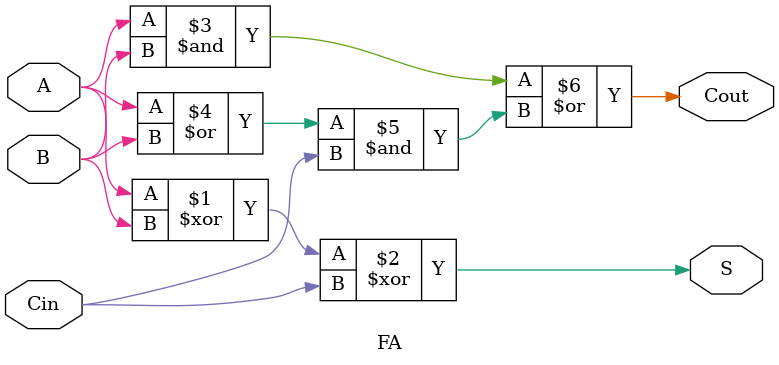
<source format=v>
`timescale 1ns/1ps

module FA(
	output S, Cout,
	input  A, B, Cin
);

	assign S    = A ^ B ^ Cin;
	assign Cout = A&B | (A|B)&Cin;

endmodule

</source>
